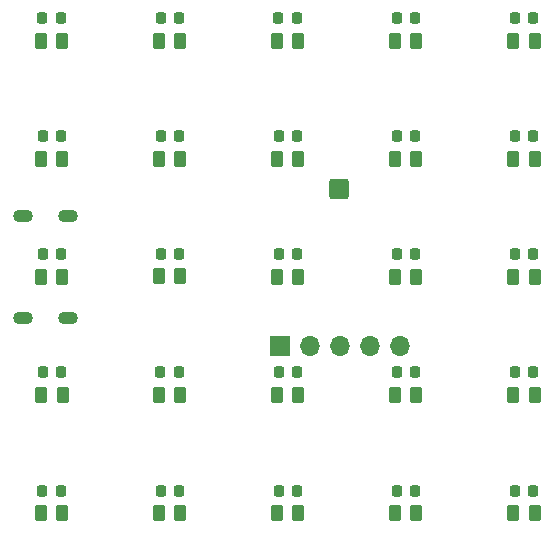
<source format=gts>
G04 #@! TF.GenerationSoftware,KiCad,Pcbnew,7.0.9*
G04 #@! TF.CreationDate,2024-04-06T01:03:45+02:00*
G04 #@! TF.ProjectId,v3,76332e6b-6963-4616-945f-706362585858,rev?*
G04 #@! TF.SameCoordinates,Original*
G04 #@! TF.FileFunction,Soldermask,Top*
G04 #@! TF.FilePolarity,Negative*
%FSLAX46Y46*%
G04 Gerber Fmt 4.6, Leading zero omitted, Abs format (unit mm)*
G04 Created by KiCad (PCBNEW 7.0.9) date 2024-04-06 01:03:45*
%MOMM*%
%LPD*%
G01*
G04 APERTURE LIST*
G04 Aperture macros list*
%AMRoundRect*
0 Rectangle with rounded corners*
0 $1 Rounding radius*
0 $2 $3 $4 $5 $6 $7 $8 $9 X,Y pos of 4 corners*
0 Add a 4 corners polygon primitive as box body*
4,1,4,$2,$3,$4,$5,$6,$7,$8,$9,$2,$3,0*
0 Add four circle primitives for the rounded corners*
1,1,$1+$1,$2,$3*
1,1,$1+$1,$4,$5*
1,1,$1+$1,$6,$7*
1,1,$1+$1,$8,$9*
0 Add four rect primitives between the rounded corners*
20,1,$1+$1,$2,$3,$4,$5,0*
20,1,$1+$1,$4,$5,$6,$7,0*
20,1,$1+$1,$6,$7,$8,$9,0*
20,1,$1+$1,$8,$9,$2,$3,0*%
G04 Aperture macros list end*
%ADD10RoundRect,0.250000X-0.262500X-0.450000X0.262500X-0.450000X0.262500X0.450000X-0.262500X0.450000X0*%
%ADD11RoundRect,0.218750X-0.218750X-0.256250X0.218750X-0.256250X0.218750X0.256250X-0.218750X0.256250X0*%
%ADD12RoundRect,0.250000X0.600000X0.600000X-0.600000X0.600000X-0.600000X-0.600000X0.600000X-0.600000X0*%
%ADD13R,1.700000X1.700000*%
%ADD14O,1.700000X1.700000*%
%ADD15O,1.700000X1.100000*%
G04 APERTURE END LIST*
D10*
X174062500Y-116900000D03*
X175887500Y-116900000D03*
X174062500Y-106900000D03*
X175887500Y-106900000D03*
X174062500Y-96900000D03*
X175887500Y-96900000D03*
X174062500Y-86900000D03*
X175887500Y-86900000D03*
X174062500Y-76900000D03*
X175887500Y-76900000D03*
X164062500Y-116900000D03*
X165887500Y-116900000D03*
X164062500Y-106900000D03*
X165887500Y-106900000D03*
X164062500Y-96900000D03*
X165887500Y-96900000D03*
X164062500Y-86900000D03*
X165887500Y-86900000D03*
X164062500Y-76900000D03*
X165887500Y-76900000D03*
X154062500Y-116900000D03*
X155887500Y-116900000D03*
X154062500Y-106900000D03*
X155887500Y-106900000D03*
X154062500Y-96900000D03*
X155887500Y-96900000D03*
X154062500Y-86900000D03*
X155887500Y-86900000D03*
X154062500Y-76900000D03*
X155887500Y-76900000D03*
X144062500Y-116900000D03*
X145887500Y-116900000D03*
X144062500Y-106900000D03*
X145887500Y-106900000D03*
X144062500Y-96800000D03*
X145887500Y-96800000D03*
X144062500Y-86900000D03*
X145887500Y-86900000D03*
X144062500Y-76900000D03*
X145887500Y-76900000D03*
X134062500Y-116900000D03*
X135887500Y-116900000D03*
X134112500Y-106900000D03*
X135937500Y-106900000D03*
X134062500Y-96900000D03*
X135887500Y-96900000D03*
X134062500Y-86900000D03*
X135887500Y-86900000D03*
X134062500Y-76900000D03*
X135887500Y-76900000D03*
D11*
X154200000Y-75000000D03*
X155775000Y-75000000D03*
X154225000Y-85000000D03*
X155800000Y-85000000D03*
X134237500Y-95000000D03*
X135812500Y-95000000D03*
X164225000Y-105000000D03*
X165800000Y-105000000D03*
X164225000Y-115000000D03*
X165800000Y-115000000D03*
X144225000Y-85000000D03*
X145800000Y-85000000D03*
X174225000Y-85000000D03*
X175800000Y-85000000D03*
X144200000Y-105000000D03*
X145775000Y-105000000D03*
X164225000Y-95000000D03*
X165800000Y-95000000D03*
X174225000Y-115000000D03*
X175800000Y-115000000D03*
X174225000Y-95000000D03*
X175800000Y-95000000D03*
X144225000Y-75000000D03*
X145800000Y-75000000D03*
X134225000Y-75000000D03*
X135800000Y-75000000D03*
X164225000Y-85000000D03*
X165800000Y-85000000D03*
X134225000Y-115000000D03*
X135800000Y-115000000D03*
X154225000Y-115000000D03*
X155800000Y-115000000D03*
X174225000Y-75000000D03*
X175800000Y-75000000D03*
X134237500Y-85000000D03*
X135812500Y-85000000D03*
X164225000Y-75000000D03*
X165800000Y-75000000D03*
X134237500Y-105000000D03*
X135812500Y-105000000D03*
X144225000Y-115000000D03*
X145800000Y-115000000D03*
X154225000Y-95000000D03*
X155800000Y-95000000D03*
X174225000Y-105000000D03*
X175800000Y-105000000D03*
X144225000Y-95000000D03*
X145800000Y-95000000D03*
X154225000Y-105000000D03*
X155800000Y-105000000D03*
D12*
X159300000Y-89500000D03*
D13*
X154360000Y-102800000D03*
D14*
X156900000Y-102800000D03*
X159440000Y-102800000D03*
X161980000Y-102800000D03*
X164520000Y-102800000D03*
D15*
X132600000Y-100400000D03*
X136400000Y-100400000D03*
X132600000Y-91760000D03*
X136400000Y-91760000D03*
M02*

</source>
